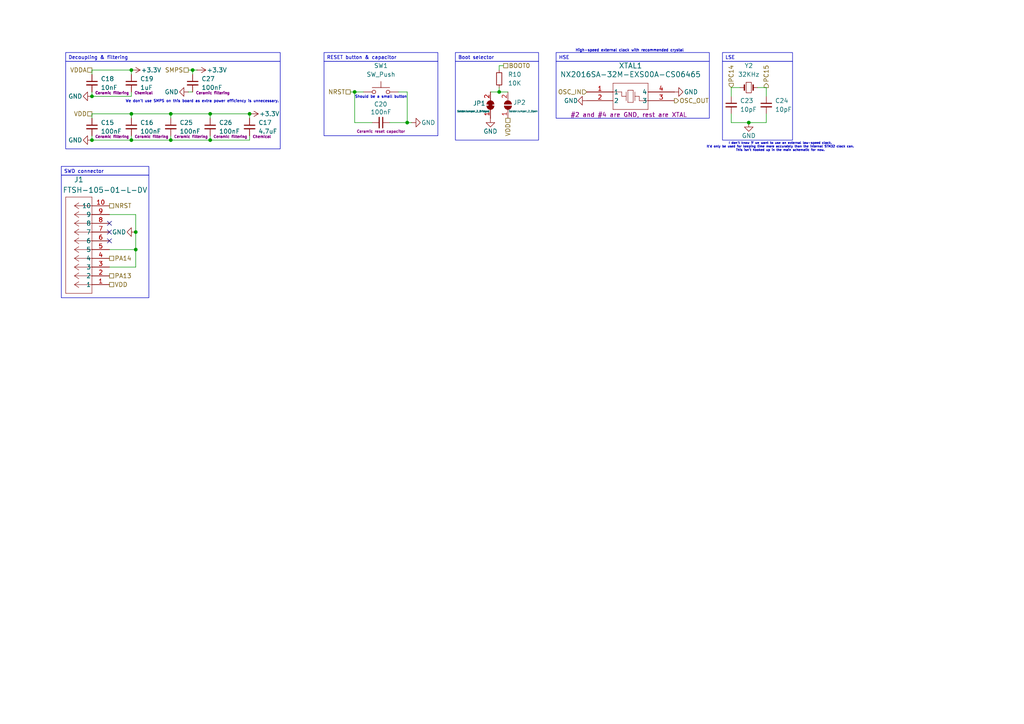
<source format=kicad_sch>
(kicad_sch (version 20231120) (generator "eeschema") (generator_version "8.0")
  (paper "A4")
  (lib_symbols
    (symbol "Device:C_Small" (pin_numbers hide) (pin_names (offset 0.254) hide)
      (property "Reference" "C" (at 0.254 1.778 0))
      (property "Value" "C_Small" (at 0.254 -2.032 0))
      (symbol "C_Small_0_1"
        (polyline (pts (xy -1.524 -0.508) (xy 1.524 -0.508)) (stroke (width 0.3302)))
        (polyline (pts (xy -1.524 0.508) (xy 1.524 0.508)) (stroke (width 0.3048)))
      )
      (symbol "C_Small_1_1"
        (pin passive line (at 0 2.54 270) (length 2.032) (name "~") (number "1"))
        (pin passive line (at 0 -2.54 90) (length 2.032) (name "~") (number "2"))
      )
    )
    (symbol "Device:Crystal_Small" (pin_numbers hide) (pin_names (offset 1.016) hide)
      (property "Reference" "Y" (at 0 2.54 0))
      (property "Value" "Crystal_Small" (at 0 -2.54 0))
      (symbol "Crystal_Small_0_1"
        (rectangle (start -0.762 -1.524) (end 0.762 1.524))
        (polyline (pts (xy -1.27 -0.762) (xy -1.27 0.762)) (stroke (width 0.381)))
        (polyline (pts (xy 1.27 -0.762) (xy 1.27 0.762)) (stroke (width 0.381)))
      )
      (symbol "Crystal_Small_1_1"
        (pin passive line (at -2.54 0 0) (length 1.27) (name "1") (number "1"))
        (pin passive line (at 2.54 0 180) (length 1.27) (name "2") (number "2"))
      )
    )
    (symbol "Device:R_Small" (pin_numbers hide) (pin_names (offset 0.254) hide)
      (property "Reference" "R" (at 0.762 0.508 0))
      (property "Value" "R_Small" (at 0.762 -1.016 0))
      (symbol "R_Small_0_1"
        (rectangle (start -0.762 1.778) (end 0.762 -1.778) (stroke (width 0.2032)))
      )
      (symbol "R_Small_1_1"
        (pin passive line (at 0 2.54 270) (length 0.762) (name "~") (number "1"))
        (pin passive line (at 0 -2.54 90) (length 0.762) (name "~") (number "2"))
      )
    )
    (symbol "FTSH-105-01-L-DV:FTSH-105-01-L-DV" (pin_names (offset 0.254))
      (property "Reference" "J" (at 8.89 6.35 0))
      (property "Value" "FTSH-105-01-L-DV" (at 0 0 0))
      (symbol "FTSH-105-01-L-DV_0_1"
        (polyline (pts (xy 5.08 -25.4) (xy 12.7 -25.4)) (stroke (width 0.127)))
        (polyline (pts (xy 5.08 2.54) (xy 5.08 -25.4)) (stroke (width 0.127)))
        (polyline (pts (xy 10.16 -22.86) (xy 5.08 -22.86)) (stroke (width 0.127)))
        (polyline (pts (xy 10.16 -22.86) (xy 8.89 -23.7067)) (stroke (width 0.127)))
        (polyline (pts (xy 10.16 -22.86) (xy 8.89 -22.0133)) (stroke (width 0.127)))
        (polyline (pts (xy 10.16 -20.32) (xy 5.08 -20.32)) (stroke (width 0.127)))
        (polyline (pts (xy 10.16 -20.32) (xy 8.89 -21.1667)) (stroke (width 0.127)))
        (polyline (pts (xy 10.16 -20.32) (xy 8.89 -19.4733)) (stroke (width 0.127)))
        (polyline (pts (xy 10.16 -17.78) (xy 5.08 -17.78)) (stroke (width 0.127)))
        (polyline (pts (xy 10.16 -17.78) (xy 8.89 -18.6267)) (stroke (width 0.127)))
        (polyline (pts (xy 10.16 -17.78) (xy 8.89 -16.9333)) (stroke (width 0.127)))
        (polyline (pts (xy 10.16 -15.24) (xy 5.08 -15.24)) (stroke (width 0.127)))
        (polyline (pts (xy 10.16 -15.24) (xy 8.89 -16.0867)) (stroke (width 0.127)))
        (polyline (pts (xy 10.16 -15.24) (xy 8.89 -14.3933)) (stroke (width 0.127)))
        (polyline (pts (xy 10.16 -12.7) (xy 5.08 -12.7)) (stroke (width 0.127)))
        (polyline (pts (xy 10.16 -12.7) (xy 8.89 -13.5467)) (stroke (width 0.127)))
        (polyline (pts (xy 10.16 -12.7) (xy 8.89 -11.8533)) (stroke (width 0.127)))
        (polyline (pts (xy 10.16 -10.16) (xy 5.08 -10.16)) (stroke (width 0.127)))
        (polyline (pts (xy 10.16 -10.16) (xy 8.89 -11.0067)) (stroke (width 0.127)))
        (polyline (pts (xy 10.16 -10.16) (xy 8.89 -9.3133)) (stroke (width 0.127)))
        (polyline (pts (xy 10.16 -7.62) (xy 5.08 -7.62)) (stroke (width 0.127)))
        (polyline (pts (xy 10.16 -7.62) (xy 8.89 -8.4667)) (stroke (width 0.127)))
        (polyline (pts (xy 10.16 -7.62) (xy 8.89 -6.7733)) (stroke (width 0.127)))
        (polyline (pts (xy 10.16 -5.08) (xy 5.08 -5.08)) (stroke (width 0.127)))
        (polyline (pts (xy 10.16 -5.08) (xy 8.89 -5.9267)) (stroke (width 0.127)))
        (polyline (pts (xy 10.16 -5.08) (xy 8.89 -4.2333)) (stroke (width 0.127)))
        (polyline (pts (xy 10.16 -2.54) (xy 5.08 -2.54)) (stroke (width 0.127)))
        (polyline (pts (xy 10.16 -2.54) (xy 8.89 -3.3867)) (stroke (width 0.127)))
        (polyline (pts (xy 10.16 -2.54) (xy 8.89 -1.6933)) (stroke (width 0.127)))
        (polyline (pts (xy 10.16 0) (xy 5.08 0)) (stroke (width 0.127)))
        (polyline (pts (xy 10.16 0) (xy 8.89 -0.8467)) (stroke (width 0.127)))
        (polyline (pts (xy 10.16 0) (xy 8.89 0.8467)) (stroke (width 0.127)))
        (polyline (pts (xy 12.7 -25.4) (xy 12.7 2.54)) (stroke (width 0.127)))
        (polyline (pts (xy 12.7 2.54) (xy 5.08 2.54)) (stroke (width 0.127)))
        (pin unspecified line (at 0 0 0) (length 5.08) (name "1") (number "1"))
        (pin unspecified line (at 0 -22.86 0) (length 5.08) (name "10") (number "10"))
        (pin unspecified line (at 0 -2.54 0) (length 5.08) (name "2") (number "2"))
        (pin unspecified line (at 0 -5.08 0) (length 5.08) (name "3") (number "3"))
        (pin unspecified line (at 0 -7.62 0) (length 5.08) (name "4") (number "4"))
        (pin unspecified line (at 0 -10.16 0) (length 5.08) (name "5") (number "5"))
        (pin unspecified line (at 0 -12.7 0) (length 5.08) (name "6") (number "6"))
        (pin unspecified line (at 0 -15.24 0) (length 5.08) (name "7") (number "7"))
        (pin unspecified line (at 0 -17.78 0) (length 5.08) (name "8") (number "8"))
        (pin unspecified line (at 0 -20.32 0) (length 5.08) (name "9") (number "9"))
      )
    )
    (symbol "Jumper:SolderJumper_2_Bridged" (pin_names (offset 0) hide)
      (property "Reference" "JP" (at 0 2.032 0))
      (property "Value" "SolderJumper_2_Bridged" (at 0 -2.54 0))
      (symbol "SolderJumper_2_Bridged_0_1"
        (rectangle (start -0.508 0.508) (end 0.508 -0.508) (fill (type outline)))
        (arc (start -0.254 1.016) (mid -1.2656 0) (end -0.254 -1.016))
        (arc (start -0.254 1.016) (mid -1.2656 0) (end -0.254 -1.016) (fill (type outline)))
        (polyline (pts (xy -0.254 1.016) (xy -0.254 -1.016)))
        (polyline (pts (xy 0.254 1.016) (xy 0.254 -1.016)))
        (arc (start 0.254 -1.016) (mid 1.2656 0) (end 0.254 1.016))
        (arc (start 0.254 -1.016) (mid 1.2656 0) (end 0.254 1.016) (fill (type outline)))
      )
      (symbol "SolderJumper_2_Bridged_1_1"
        (pin passive line (at -3.81 0 0) (length 2.54) (name "A") (number "1"))
        (pin passive line (at 3.81 0 180) (length 2.54) (name "B") (number "2"))
      )
    )
    (symbol "Jumper:SolderJumper_2_Open" (pin_names (offset 0) hide)
      (property "Reference" "JP" (at 0 2.032 0))
      (property "Value" "SolderJumper_2_Open" (at 0 -2.54 0))
      (symbol "SolderJumper_2_Open_0_1"
        (arc (start -0.254 1.016) (mid -1.2656 0) (end -0.254 -1.016))
        (arc (start -0.254 1.016) (mid -1.2656 0) (end -0.254 -1.016) (fill (type outline)))
        (polyline (pts (xy -0.254 1.016) (xy -0.254 -1.016)))
        (polyline (pts (xy 0.254 1.016) (xy 0.254 -1.016)))
        (arc (start 0.254 -1.016) (mid 1.2656 0) (end 0.254 1.016))
        (arc (start 0.254 -1.016) (mid 1.2656 0) (end 0.254 1.016) (fill (type outline)))
      )
      (symbol "SolderJumper_2_Open_1_1"
        (pin passive line (at -3.81 0 0) (length 2.54) (name "A") (number "1"))
        (pin passive line (at 3.81 0 180) (length 2.54) (name "B") (number "2"))
      )
    )
    (symbol "NX2016SA-32M-EXS00A-CS06465:NX2016SA-32M-EXS00A-CS06465" (pin_names (offset 0.254))
      (property "Reference" "XTAL" (at 12.7 7.62 0))
      (property "Value" "NX2016SA-32M-EXS00A-CS06465" (at 12.7 5.08 0))
      (symbol "NX2016SA-32M-EXS00A-CS06465_0_1"
        (polyline (pts (xy 7.62 -5.08) (xy 17.78 -5.08)) (stroke (width 0.127)))
        (polyline (pts (xy 7.62 2.54) (xy 7.62 -5.08)) (stroke (width 0.127)))
        (polyline (pts (xy 10.16 -1.27) (xy 10.16 0)) (stroke (width 0.127)))
        (polyline (pts (xy 10.16 0) (xy 7.62 0)) (stroke (width 0.127)))
        (polyline (pts (xy 11.43 -1.27) (xy 10.16 -1.27)) (stroke (width 0.127)))
        (polyline (pts (xy 11.43 0) (xy 11.43 -2.54)) (stroke (width 0.127)))
        (polyline (pts (xy 11.938 -3.048) (xy 13.462 -3.048)) (stroke (width 0.127)))
        (polyline (pts (xy 11.938 0.508) (xy 11.938 -3.048)) (stroke (width 0.127)))
        (polyline (pts (xy 13.462 -3.048) (xy 13.462 0.508)) (stroke (width 0.127)))
        (polyline (pts (xy 13.462 0.508) (xy 11.938 0.508)) (stroke (width 0.127)))
        (polyline (pts (xy 13.97 -1.27) (xy 15.24 -1.27)) (stroke (width 0.127)))
        (polyline (pts (xy 13.97 0) (xy 13.97 -2.54)) (stroke (width 0.127)))
        (polyline (pts (xy 15.24 -2.54) (xy 17.78 -2.54)) (stroke (width 0.127)))
        (polyline (pts (xy 15.24 -1.27) (xy 15.24 -2.54)) (stroke (width 0.127)))
        (polyline (pts (xy 17.78 -5.08) (xy 17.78 2.54)) (stroke (width 0.127)))
        (polyline (pts (xy 17.78 2.54) (xy 7.62 2.54)) (stroke (width 0.127)))
        (pin unspecified line (at 0 0 0) (length 7.62) (name "1") (number "1"))
        (pin unspecified line (at 0 -2.54 0) (length 7.62) (name "2") (number "2"))
        (pin unspecified line (at 25.4 -2.54 180) (length 7.62) (name "3") (number "3"))
        (pin unspecified line (at 25.4 0 180) (length 7.62) (name "4") (number "4"))
      )
    )
    (symbol "Switch:SW_Push" (pin_numbers hide) (pin_names (offset 1.016) hide)
      (property "Reference" "SW" (at 1.27 2.54 0))
      (property "Value" "SW_Push" (at 0 -1.524 0))
      (symbol "SW_Push_0_1"
        (circle (center -2.032 0) (radius 0.508))
        (polyline (pts (xy 0 1.27) (xy 0 3.048)))
        (polyline (pts (xy 2.54 1.27) (xy -2.54 1.27)))
        (circle (center 2.032 0) (radius 0.508))
        (pin passive line (at -5.08 0 0) (length 2.54) (name "1") (number "1"))
        (pin passive line (at 5.08 0 180) (length 2.54) (name "2") (number "2"))
      )
    )
    (symbol "power:+3.3V" (power) (pin_numbers hide) (pin_names (offset 0) hide)
      (property "Value" "+3.3V" (at 0 3.556 0))
      (symbol "+3.3V_0_1"
        (polyline (pts (xy -0.762 1.27) (xy 0 2.54)))
        (polyline (pts (xy 0 0) (xy 0 2.54)))
        (polyline (pts (xy 0 2.54) (xy 0.762 1.27)))
      )
      (symbol "+3.3V_1_1"
        (pin power_in line (at 0 0 90) (length 0) (name "~") (number "1"))
      )
    )
    (symbol "power:GND" (power) (pin_numbers hide) (pin_names (offset 0) hide)
      (property "Value" "GND" (at 0 -3.81 0))
      (symbol "GND_0_1"
        (polyline (pts (xy 0 0) (xy 0 -1.27) (xy 1.27 -1.27) (xy 0 -2.54) (xy -1.27 -1.27) (xy 0 -1.27)))
      )
      (symbol "GND_1_1"
        (pin power_in line (at 0 0 270) (length 0) (name "~") (number "1"))
      )
    )
  )
  (junction (at 60.96 33.02))
  (junction (at 39.37 67.31))
  (junction (at 72.39 33.02))
  (junction (at 26.67 40.64))
  (junction (at 144.78 26.67))
  (junction (at 38.1 20.32))
  (junction (at 49.53 33.02))
  (junction (at 49.53 40.64))
  (junction (at 217.17 35.56))
  (junction (at 60.96 40.64))
  (junction (at 102.87 26.67))
  (junction (at 118.11 35.56))
  (junction (at 39.37 72.39))
  (junction (at 55.88 20.32))
  (junction (at 38.1 33.02))
  (junction (at 38.1 40.64))
  (junction (at 26.67 27.94))
  (no_connect (at 31.75 64.77))
  (no_connect (at 31.75 69.85))
  (no_connect (at 31.75 67.31))
  (wire (pts (xy 219.71 25.4) (xy 222.25 25.4)))
  (wire (pts (xy 212.09 25.4) (xy 212.09 27.94)))
  (wire (pts (xy 39.37 67.31) (xy 39.37 62.23)))
  (wire (pts (xy 54.61 20.32) (xy 55.88 20.32)))
  (wire (pts (xy 102.87 26.67) (xy 102.87 35.56)))
  (wire (pts (xy 118.11 26.67) (xy 118.11 35.56)))
  (wire (pts (xy 142.24 26.67) (xy 144.78 26.67)))
  (wire (pts (xy 55.88 20.32) (xy 57.15 20.32)))
  (wire (pts (xy 212.09 33.02) (xy 212.09 35.56)))
  (wire (pts (xy 49.53 40.64) (xy 38.1 40.64)))
  (wire (pts (xy 118.11 35.56) (xy 119.38 35.56)))
  (wire (pts (xy 101.6 26.67) (xy 102.87 26.67)))
  (wire (pts (xy 72.39 40.64) (xy 60.96 40.64)))
  (wire (pts (xy 26.67 20.32) (xy 38.1 20.32)))
  (wire (pts (xy 144.78 26.67) (xy 147.32 26.67)))
  (wire (pts (xy 113.03 35.56) (xy 118.11 35.56)))
  (wire (pts (xy 26.67 26.67) (xy 26.67 27.94)))
  (wire (pts (xy 212.09 35.56) (xy 217.17 35.56)))
  (wire (pts (xy 49.53 33.02) (xy 49.53 34.29)))
  (wire (pts (xy 38.1 39.37) (xy 38.1 40.64)))
  (wire (pts (xy 146.05 19.05) (xy 144.78 19.05)))
  (wire (pts (xy 222.25 35.56) (xy 217.17 35.56)))
  (wire (pts (xy 38.1 33.02) (xy 49.53 33.02)))
  (wire (pts (xy 214.63 25.4) (xy 212.09 25.4)))
  (wire (pts (xy 38.1 40.64) (xy 26.67 40.64)))
  (wire (pts (xy 39.37 77.47) (xy 39.37 72.39)))
  (wire (pts (xy 60.96 33.02) (xy 72.39 33.02)))
  (wire (pts (xy 26.67 39.37) (xy 26.67 40.64)))
  (wire (pts (xy 38.1 27.94) (xy 38.1 26.67)))
  (wire (pts (xy 144.78 19.05) (xy 144.78 20.32)))
  (wire (pts (xy 26.67 33.02) (xy 26.67 34.29)))
  (wire (pts (xy 55.88 20.32) (xy 55.88 21.59)))
  (wire (pts (xy 102.87 35.56) (xy 107.95 35.56)))
  (wire (pts (xy 72.39 33.02) (xy 72.39 34.29)))
  (wire (pts (xy 39.37 72.39) (xy 39.37 67.31)))
  (wire (pts (xy 39.37 62.23) (xy 31.75 62.23)))
  (wire (pts (xy 222.25 33.02) (xy 222.25 35.56)))
  (wire (pts (xy 26.67 27.94) (xy 38.1 27.94)))
  (wire (pts (xy 39.37 72.39) (xy 31.75 72.39)))
  (wire (pts (xy 115.57 26.67) (xy 118.11 26.67)))
  (wire (pts (xy 31.75 77.47) (xy 39.37 77.47)))
  (wire (pts (xy 26.67 20.32) (xy 26.67 21.59)))
  (wire (pts (xy 60.96 39.37) (xy 60.96 40.64)))
  (wire (pts (xy 38.1 33.02) (xy 38.1 34.29)))
  (wire (pts (xy 49.53 39.37) (xy 49.53 40.64)))
  (wire (pts (xy 60.96 40.64) (xy 49.53 40.64)))
  (wire (pts (xy 26.67 33.02) (xy 38.1 33.02)))
  (wire (pts (xy 102.87 26.67) (xy 105.41 26.67)))
  (wire (pts (xy 54.61 26.67) (xy 55.88 26.67)))
  (wire (pts (xy 222.25 25.4) (xy 222.25 27.94)))
  (wire (pts (xy 49.53 33.02) (xy 60.96 33.02)))
  (wire (pts (xy 38.1 20.32) (xy 38.1 21.59)))
  (wire (pts (xy 60.96 33.02) (xy 60.96 34.29)))
  (wire (pts (xy 144.78 25.4) (xy 144.78 26.67)))
  (wire (pts (xy 72.39 39.37) (xy 72.39 40.64)))
  (rectangle (start 19.05 17.78) (end 81.28 43.18))
  (rectangle (start 93.98 17.78) (end 127 39.37))
  (rectangle (start 132.08 17.78) (end 156.21 40.64))
  (rectangle (start 161.29 17.78) (end 205.74 34.29))
  (rectangle (start 17.78 50.8) (end 43.18 86.36))
  (rectangle (start 209.55 17.78) (end 229.87 40.64))
  (text_box "HSE" (at 161.29 15.24 0) (size 44.45 2.54) (effects (font (size 1.016 1.016)) (justify left top)))
  (text_box "RESET button & capacitor" (at 93.98 15.24 0) (size 33.02 2.54) (effects (font (size 1.016 1.016)) (justify left top)))
  (text_box "Boot selector" (at 132.08 15.24 0) (size 24.13 2.54) (effects (font (size 1.016 1.016)) (justify left top)))
  (text_box "Decoupling & filtering" (at 19.05 15.24 0) (size 62.23 2.54) (effects (font (size 1.016 1.016)) (justify left top)))
  (text_box "LSE" (at 209.55 15.24 0) (size 20.32 2.54) (effects (font (size 1.016 1.016)) (justify left top)))
  (text_box "SWD connector" (at 17.78 48.26 0) (size 25.4 2.54) (effects (font (size 1.016 1.016)) (justify left top)))
  (text "Should be a small button" (at 110.49 28.194 0) (effects (font (size 0.762 0.762))))
  (text "I don't know if we want to use an external low-speed clock.\nIt'd only be used for keeping time more accurately than the internal STM32 clock can.\nThis isn't hooked up in the main schematic for now." (at 226.314 42.672 0) (effects (font (size 0.635 0.635))))
  (text "High-speed external clock with recommended crystal" (at 182.626 14.732 0) (effects (font (size 0.762 0.762))))
  (text "We don't use SMPS on this board as extra power efficiency is unnecessary." (at 58.674 29.464 0) (effects (font (size 0.762 0.762))))
  (hierarchical_label "VDD" (shape passive) (at 26.67 33.02 180))
  (hierarchical_label "SMPS" (shape passive) (at 54.61 20.32 180))
  (hierarchical_label "BOOT0" (shape passive) (at 146.05 19.05 0))
  (hierarchical_label "PC14" (shape input) (at 212.09 25.4 90))
  (hierarchical_label "NRST" (shape passive) (at 31.75 59.69 0))
  (hierarchical_label "OSC_OUT" (shape output) (at 195.58 29.21 0))
  (hierarchical_label "PA13" (shape passive) (at 31.75 80.01 0))
  (hierarchical_label "OSC_IN" (shape input) (at 170.18 26.67 180))
  (hierarchical_label "VDD" (shape passive) (at 31.75 82.55 0))
  (hierarchical_label "VDDA" (shape passive) (at 26.67 20.32 180))
  (hierarchical_label "NRST" (shape passive) (at 101.6 26.67 180))
  (hierarchical_label "PC15" (shape output) (at 222.25 25.4 90))
  (hierarchical_label "PA14" (shape passive) (at 31.75 74.93 0))
  (hierarchical_label "VDD" (shape passive) (at 147.32 34.29 270))
  (symbol (lib_id "Device:R_Small") (at 144.78 22.86 180) (unit 1)
    (property "Reference" "R10" (at 147.32 21.5899 0) (effects (justify right)))
    (property "Value" "10K" (at 147.32 24.1299 0) (effects (justify right)))
    (property "Description" "Resistor, small symbol" (effects (hide yes)))
  )
  (symbol (lib_id "Switch:SW_Push") (at 110.49 26.67 0) (unit 1)
    (property "Reference" "SW1" (at 110.49 19.05 0))
    (property "Value" "SW_Push" (at 110.49 21.59 0))
    (property "Description" "Push button switch, generic, two pins" (effects (hide yes)))
  )
  (symbol (lib_id "power:+3.3V") (at 38.1 20.32 270) (unit 1)
    (property "Reference" "#PWR015" (effects (hide yes)))
    (property "Value" "+3.3V" (at 40.894 20.32 90) (effects (justify left)))
    (property "Description" "Power symbol creates a global label with name \"+3.3V\"" (effects (hide yes)))
  )
  (symbol (lib_id "power:GND") (at 170.18 29.21 270) (unit 1)
    (property "Reference" "#PWR027" (effects (hide yes)))
    (property "Value" "GND" (at 165.608 29.21 90))
    (property "Description" "Power symbol creates a global label with name \"GND\" , ground" (effects (hide yes)))
  )
  (symbol (lib_id "Jumper:SolderJumper_2_Bridged") (at 142.24 30.48 90) (unit 1)
    (property "Reference" "JP1" (at 137.16 29.972 90) (effects (justify right)))
    (property "Value" "SolderJumper_2_Bridged" (at 132.588 32.258 90) (effects (font (size 0.508 0.508)) (justify right)))
    (property "Description" "Solder Jumper, 2-pole, closed/bridged" (effects (hide yes)))
  )
  (symbol (lib_id "power:GND") (at 217.17 35.56 0) (unit 1)
    (property "Reference" "#PWR022" (effects (hide yes)))
    (property "Value" "GND" (at 217.17 39.37 0))
    (property "Description" "Power symbol creates a global label with name \"GND\" , ground" (effects (hide yes)))
  )
  (symbol (lib_id "Jumper:SolderJumper_2_Open") (at 147.32 30.48 90) (unit 1)
    (property "Reference" "JP2" (at 148.844 29.718 90) (effects (justify right)))
    (property "Value" "SolderJumper_2_Open" (at 147.574 32.258 90) (effects (font (size 0.508 0.508)) (justify right)))
    (property "Description" "Solder Jumper, 2-pole, open" (effects (hide yes)))
  )
  (symbol (lib_id "FTSH-105-01-L-DV:FTSH-105-01-L-DV") (at 31.75 82.55 180) (unit 1)
    (property "Reference" "J1" (at 22.86 52.07 0) (effects (font (size 1.524 1.524))))
    (property "Value" "FTSH-105-01-L-DV" (at 30.48 55.118 0) (effects (font (size 1.524 1.524))))
    (property "Footprint" "CON10_2X5_DU_FTSH_SAI" (effects (hide yes)))
    (property "Datasheet" "https://suddendocs.samtec.com/prints/ftsh-1xx-xx-xxx-dv-xxx-xxx-x-xx-mkt.pdf" (effects (hide yes)))
  )
  (symbol (lib_id "power:+3.3V") (at 57.15 20.32 270) (unit 1)
    (property "Reference" "#PWR023" (effects (hide yes)))
    (property "Value" "+3.3V" (at 59.944 20.32 90) (effects (justify left)))
    (property "Description" "Power symbol creates a global label with name \"+3.3V\"" (effects (hide yes)))
  )
  (symbol (lib_id "Device:C_Small") (at 222.25 30.48 0) (unit 1)
    (property "Reference" "C24" (at 224.79 29.2162 0) (effects (justify left)))
    (property "Value" "10pF" (at 224.79 31.7562 0) (effects (justify left)))
    (property "Description" "Unpolarized capacitor, small symbol" (effects (hide yes)))
  )
  (symbol (lib_id "power:GND") (at 26.67 27.94 270) (unit 1)
    (property "Reference" "#PWR017" (effects (hide yes)))
    (property "Value" "GND" (at 23.876 27.94 90) (effects (justify right)))
    (property "Description" "Power symbol creates a global label with name \"GND\" , ground" (effects (hide yes)))
  )
  (symbol (lib_id "power:GND") (at 39.37 67.31 270) (unit 1)
    (property "Reference" "#PWR019" (effects (hide yes)))
    (property "Value" "GND" (at 36.576 67.31 90) (effects (justify right)))
    (property "Description" "Power symbol creates a global label with name \"GND\" , ground" (effects (hide yes)))
  )
  (symbol (lib_id "power:GND") (at 26.67 40.64 270) (unit 1)
    (property "Reference" "#PWR016" (effects (hide yes)))
    (property "Value" "GND" (at 23.876 40.64 90) (effects (justify right)))
    (property "Description" "Power symbol creates a global label with name \"GND\" , ground" (effects (hide yes)))
  )
  (symbol (lib_id "NX2016SA-32M-EXS00A-CS06465:NX2016SA-32M-EXS00A-CS06465") (at 170.18 26.67 0) (unit 1)
    (property "Reference" "XTAL1" (at 182.88 19.05 0) (effects (font (size 1.524 1.524))))
    (property "Value" "NX2016SA-32M-EXS00A-CS06465" (at 182.88 21.59 0) (effects (font (size 1.524 1.524))))
    (property "Footprint" "NX2016SA_NDK" (effects (hide yes)))
    (property "Datasheet" "NX2016SA-32M-EXS00A-CS06465" (effects (hide yes)))
    (property "Description" "#2 and #4 are GND, rest are XTAL" (at 182.372 33.274 0))
  )
  (symbol (lib_id "power:+3.3V") (at 72.39 33.02 270) (unit 1)
    (property "Reference" "#PWR014" (effects (hide yes)))
    (property "Value" "+3.3V" (at 75.184 33.02 90) (effects (justify left)))
    (property "Description" "Power symbol creates a global label with name \"+3.3V\"" (effects (hide yes)))
  )
  (symbol (lib_id "Device:C_Small") (at 49.53 36.83 0) (unit 1)
    (property "Reference" "C25" (at 52.07 35.5662 0) (effects (justify left)))
    (property "Value" "100nF" (at 52.07 38.1062 0) (effects (justify left)))
    (property "Description" "Ceramic filtering" (at 55.372 39.624 0) (effects (font (size 0.762 0.762))))
  )
  (symbol (lib_id "power:GND") (at 195.58 26.67 90) (unit 1)
    (property "Reference" "#PWR028" (effects (hide yes)))
    (property "Value" "GND" (at 200.406 26.67 90))
    (property "Description" "Power symbol creates a global label with name \"GND\" , ground" (effects (hide yes)))
  )
  (symbol (lib_id "power:GND") (at 54.61 26.67 270) (unit 1)
    (property "Reference" "#PWR024" (effects (hide yes)))
    (property "Value" "GND" (at 51.816 26.67 90) (effects (justify right)))
    (property "Description" "Power symbol creates a global label with name \"GND\" , ground" (effects (hide yes)))
  )
  (symbol (lib_id "Device:Crystal_Small") (at 217.17 25.4 0) (unit 1)
    (property "Reference" "Y2" (at 217.17 19.05 0))
    (property "Value" "32KHz" (at 217.17 21.59 0))
    (property "Description" "Two pin crystal, small symbol" (effects (hide yes)))
  )
  (symbol (lib_id "Device:C_Small") (at 38.1 36.83 0) (unit 1)
    (property "Reference" "C16" (at 40.64 35.5662 0) (effects (justify left)))
    (property "Value" "100nF" (at 40.64 38.1062 0) (effects (justify left)))
    (property "Description" "Ceramic filtering" (at 43.942 39.624 0) (effects (font (size 0.762 0.762))))
  )
  (symbol (lib_id "power:GND") (at 142.24 34.29 0) (unit 1)
    (property "Reference" "#PWR020" (effects (hide yes)))
    (property "Value" "GND" (at 142.24 38.1 0))
    (property "Description" "Power symbol creates a global label with name \"GND\" , ground" (effects (hide yes)))
  )
  (symbol (lib_id "Device:C_Small") (at 26.67 36.83 0) (unit 1)
    (property "Reference" "C15" (at 29.21 35.5662 0) (effects (justify left)))
    (property "Value" "100nF" (at 29.21 38.1062 0) (effects (justify left)))
    (property "Description" "Ceramic filtering" (at 32.512 39.624 0) (effects (font (size 0.762 0.762))))
  )
  (symbol (lib_id "Device:C_Small") (at 60.96 36.83 0) (unit 1)
    (property "Reference" "C26" (at 63.5 35.5662 0) (effects (justify left)))
    (property "Value" "100nF" (at 63.5 38.1062 0) (effects (justify left)))
    (property "Description" "Ceramic filtering" (at 66.802 39.624 0) (effects (font (size 0.762 0.762))))
  )
  (symbol (lib_id "power:GND") (at 119.38 35.56 90) (unit 1)
    (property "Reference" "#PWR018" (effects (hide yes)))
    (property "Value" "GND" (at 122.174 35.56 90) (effects (justify right)))
    (property "Description" "Power symbol creates a global label with name \"GND\" , ground" (effects (hide yes)))
  )
  (symbol (lib_id "Device:C_Small") (at 55.88 24.13 0) (unit 1)
    (property "Reference" "C27" (at 58.42 22.8662 0) (effects (justify left)))
    (property "Value" "100nF" (at 58.42 25.4062 0) (effects (justify left)))
    (property "Description" "Ceramic filtering" (at 61.722 26.924 0) (effects (font (size 0.762 0.762))))
  )
  (symbol (lib_id "Device:C_Small") (at 26.67 24.13 0) (unit 1)
    (property "Reference" "C18" (at 29.21 22.8662 0) (effects (justify left)))
    (property "Value" "10nF" (at 29.21 25.4062 0) (effects (justify left)))
    (property "Description" "Ceramic filtering" (at 32.512 26.924 0) (effects (font (size 0.762 0.762))))
  )
  (symbol (lib_id "Device:C_Small") (at 110.49 35.56 270) (unit 1)
    (property "Reference" "C20" (at 108.458 30.226 90) (effects (justify left)))
    (property "Value" "100nF" (at 107.442 32.512 90) (effects (justify left)))
    (property "Description" "Ceramic reset capacitor" (at 110.49 38.1 90) (effects (font (size 0.762 0.762))))
  )
  (symbol (lib_id "Device:C_Small") (at 72.39 36.83 0) (unit 1)
    (property "Reference" "C17" (at 74.93 35.5662 0) (effects (justify left)))
    (property "Value" "4.7uF" (at 74.93 38.1062 0) (effects (justify left)))
    (property "Description" "Chemical" (at 75.946 39.624 0) (effects (font (size 0.762 0.762))))
  )
  (symbol (lib_id "Device:C_Small") (at 38.1 24.13 0) (unit 1)
    (property "Reference" "C19" (at 40.64 22.8662 0) (effects (justify left)))
    (property "Value" "1uF" (at 40.64 25.4062 0) (effects (justify left)))
    (property "Description" "Chemical" (at 41.656 26.924 0) (effects (font (size 0.762 0.762))))
  )
  (symbol (lib_id "Device:C_Small") (at 212.09 30.48 0) (unit 1)
    (property "Reference" "C23" (at 214.63 29.2162 0) (effects (justify left)))
    (property "Value" "10pF" (at 214.63 31.7562 0) (effects (justify left)))
    (property "Description" "Unpolarized capacitor, small symbol" (effects (hide yes)))
  )
)
</source>
